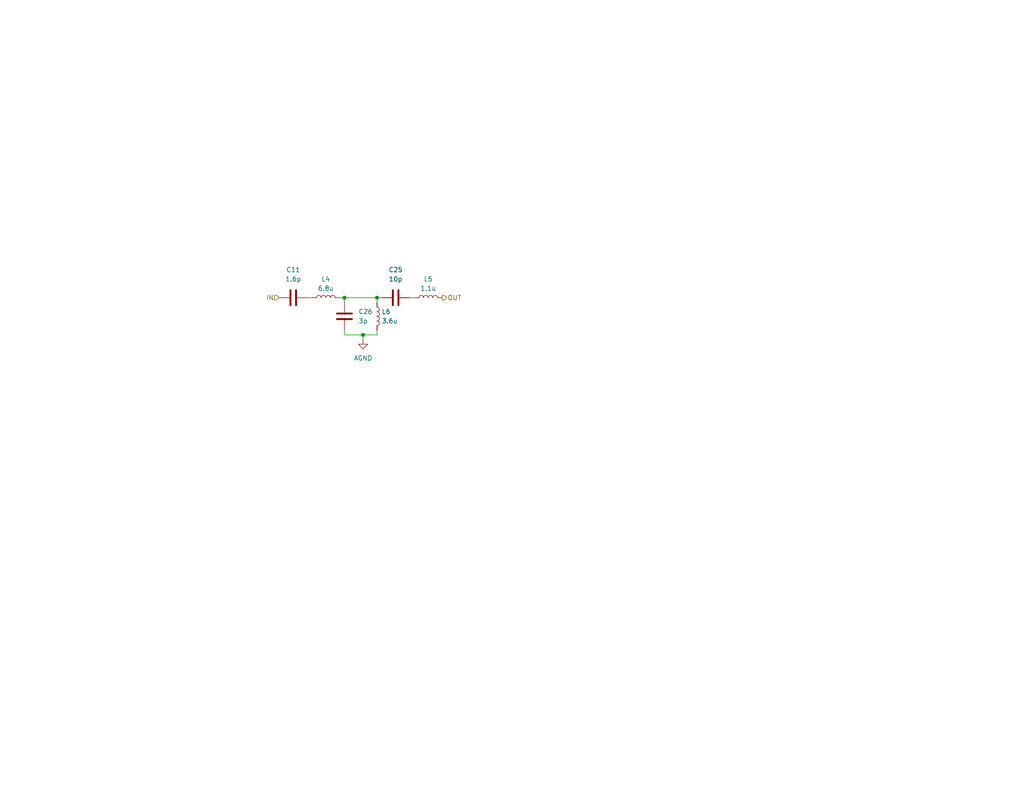
<source format=kicad_sch>
(kicad_sch (version 20231120) (generator "eeschema") (generator_version "8.0")
  (paper "A")
  (lib_symbols
    (symbol "Device:C" (pin_numbers hide) (pin_names (offset 0.254))
      (property "Reference" "C" (at 0.635 2.54 0))
      (property "Value" "C" (at 0.635 -2.54 0))
      (symbol "C_0_1"
        (polyline (pts (xy -2.032 -0.762) (xy 2.032 -0.762)) (stroke (width 0.508)))
        (polyline (pts (xy -2.032 0.762) (xy 2.032 0.762)) (stroke (width 0.508)))
      )
      (symbol "C_1_1"
        (pin passive line (at 0 3.81 270) (length 2.794) (name "~") (number "1"))
        (pin passive line (at 0 -3.81 90) (length 2.794) (name "~") (number "2"))
      )
    )
    (symbol "Device:L" (pin_numbers hide) (pin_names (offset 1.016) hide)
      (property "Reference" "L" (at -1.27 0 90))
      (property "Value" "L" (at 1.905 0 90))
      (symbol "L_0_1"
        (arc (start 0 -2.54) (mid 0.6323 -1.905) (end 0 -1.27))
        (arc (start 0 -1.27) (mid 0.6323 -0.635) (end 0 0))
        (arc (start 0 0) (mid 0.6323 0.635) (end 0 1.27))
        (arc (start 0 1.27) (mid 0.6323 1.905) (end 0 2.54))
      )
      (symbol "L_1_1"
        (pin passive line (at 0 3.81 270) (length 1.27) (name "1") (number "1"))
        (pin passive line (at 0 -3.81 90) (length 1.27) (name "2") (number "2"))
      )
    )
    (symbol "power:GND" (power) (pin_numbers hide) (pin_names (offset 0) hide)
      (property "Value" "GND" (at 0 -3.81 0))
      (symbol "GND_0_1"
        (polyline (pts (xy 0 0) (xy 0 -1.27) (xy 1.27 -1.27) (xy 0 -2.54) (xy -1.27 -1.27) (xy 0 -1.27)))
      )
      (symbol "GND_1_1"
        (pin power_in line (at 0 0 270) (length 0) (name "~") (number "1"))
      )
    )
  )
  (junction (at 99.06 91.44))
  (junction (at 102.87 81.28))
  (junction (at 93.98 81.28))
  (wire (pts (xy 93.98 91.44) (xy 93.98 90.17)))
  (wire (pts (xy 99.06 91.44) (xy 99.06 92.71)))
  (wire (pts (xy 93.98 91.44) (xy 99.06 91.44)))
  (wire (pts (xy 93.98 81.28) (xy 102.87 81.28)))
  (wire (pts (xy 102.87 81.28) (xy 102.87 82.55)))
  (wire (pts (xy 102.87 91.44) (xy 102.87 90.17)))
  (wire (pts (xy 93.98 81.28) (xy 93.98 82.55)))
  (wire (pts (xy 111.76 81.28) (xy 113.03 81.28)))
  (wire (pts (xy 92.71 81.28) (xy 93.98 81.28)))
  (wire (pts (xy 102.87 81.28) (xy 104.14 81.28)))
  (wire (pts (xy 83.82 81.28) (xy 85.09 81.28)))
  (wire (pts (xy 99.06 91.44) (xy 102.87 91.44)))
  (hierarchical_label "OUT" (shape output) (at 120.65 81.28 0))
  (hierarchical_label "IN" (shape input) (at 76.2 81.28 180))
  (symbol (lib_id "Device:L") (at 102.87 86.36 0) (unit 1)
    (property "Reference" "L6" (at 104.14 85.0899 0) (effects (justify left)))
    (property "Value" "3.6u" (at 104.14 87.6299 0) (effects (justify left)))
    (property "Description" "Inductor" (effects (hide yes)))
  )
  (symbol (lib_id "Device:L") (at 116.84 81.28 90) (unit 1)
    (property "Reference" "L5" (at 116.84 76.2 90))
    (property "Value" "1.1u" (at 116.84 78.74 90))
    (property "Description" "Inductor" (effects (hide yes)))
  )
  (symbol (lib_id "Device:L") (at 88.9 81.28 90) (unit 1)
    (property "Reference" "L4" (at 88.9 76.2 90))
    (property "Value" "6.8u" (at 88.9 78.74 90))
    (property "Description" "Inductor" (effects (hide yes)))
  )
  (symbol (lib_id "Device:C") (at 107.95 81.28 90) (unit 1)
    (property "Reference" "C25" (at 107.95 73.66 90))
    (property "Value" "10p" (at 107.95 76.2 90))
    (property "Description" "Unpolarized capacitor" (effects (hide yes)))
  )
  (symbol (lib_id "Device:C") (at 80.01 81.28 90) (unit 1)
    (property "Reference" "C11" (at 80.01 73.66 90))
    (property "Value" "1.6p" (at 80.01 76.2 90))
    (property "Description" "Unpolarized capacitor" (effects (hide yes)))
  )
  (symbol (lib_id "Device:C") (at 93.98 86.36 180) (unit 1)
    (property "Reference" "C26" (at 97.79 85.0899 0) (effects (justify right)))
    (property "Value" "3p" (at 97.79 87.6299 0) (effects (justify right)))
    (property "Description" "Unpolarized capacitor" (effects (hide yes)))
  )
  (symbol (lib_id "power:GND") (at 99.06 92.71 0) (unit 1)
    (property "Reference" "#PWR018" (effects (hide yes)))
    (property "Value" "AGND" (at 99.06 97.79 0))
    (property "Description" "Power symbol creates a global label with name \"GND\" , ground" (effects (hide yes)))
  )
)
</source>
